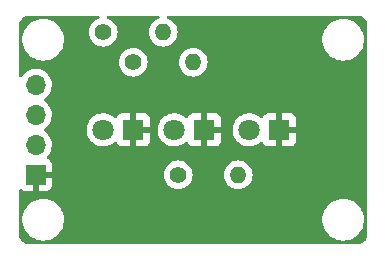
<source format=gbr>
%TF.GenerationSoftware,KiCad,Pcbnew,6.0.5-2.fc35*%
%TF.CreationDate,2022-09-23T18:33:46+02:00*%
%TF.ProjectId,LED-Board,4c45442d-426f-4617-9264-2e6b69636164,rev?*%
%TF.SameCoordinates,Original*%
%TF.FileFunction,Copper,L1,Top*%
%TF.FilePolarity,Positive*%
%FSLAX46Y46*%
G04 Gerber Fmt 4.6, Leading zero omitted, Abs format (unit mm)*
G04 Created by KiCad (PCBNEW 6.0.5-2.fc35) date 2022-09-23 18:33:46*
%MOMM*%
%LPD*%
G01*
G04 APERTURE LIST*
%TA.AperFunction,ComponentPad*%
%ADD10R,1.800000X1.800000*%
%TD*%
%TA.AperFunction,ComponentPad*%
%ADD11C,1.800000*%
%TD*%
%TA.AperFunction,ComponentPad*%
%ADD12C,1.400000*%
%TD*%
%TA.AperFunction,ComponentPad*%
%ADD13O,1.400000X1.400000*%
%TD*%
%TA.AperFunction,ComponentPad*%
%ADD14R,1.700000X1.700000*%
%TD*%
%TA.AperFunction,ComponentPad*%
%ADD15O,1.700000X1.700000*%
%TD*%
G04 APERTURE END LIST*
D10*
%TO.P,D3,1,K*%
%TO.N,GND*%
X146990000Y-99060000D03*
D11*
%TO.P,D3,2,A*%
%TO.N,Net-(D3-Pad2)*%
X144450000Y-99060000D03*
%TD*%
D10*
%TO.P,D2,1,K*%
%TO.N,GND*%
X140640000Y-99060000D03*
D11*
%TO.P,D2,2,A*%
%TO.N,Net-(D2-Pad2)*%
X138100000Y-99060000D03*
%TD*%
D12*
%TO.P,R3,1*%
%TO.N,LED_3*%
X138430000Y-102870000D03*
D13*
%TO.P,R3,2*%
%TO.N,Net-(D3-Pad2)*%
X143510000Y-102870000D03*
%TD*%
D10*
%TO.P,D1,1,K*%
%TO.N,GND*%
X134620000Y-99060000D03*
D11*
%TO.P,D1,2,A*%
%TO.N,Net-(D1-Pad2)*%
X132080000Y-99060000D03*
%TD*%
D12*
%TO.P,R1,1*%
%TO.N,LED_1*%
X132080000Y-90805000D03*
D13*
%TO.P,R1,2*%
%TO.N,Net-(D1-Pad2)*%
X137160000Y-90805000D03*
%TD*%
D12*
%TO.P,R2,1*%
%TO.N,LED_2*%
X134620000Y-93345000D03*
D13*
%TO.P,R2,2*%
%TO.N,Net-(D2-Pad2)*%
X139700000Y-93345000D03*
%TD*%
D14*
%TO.P,J1,1,Pin_1*%
%TO.N,GND*%
X126365000Y-102870000D03*
D15*
%TO.P,J1,2,Pin_2*%
%TO.N,LED_3*%
X126365000Y-100330000D03*
%TO.P,J1,3,Pin_3*%
%TO.N,LED_2*%
X126365000Y-97790000D03*
%TO.P,J1,4,Pin_4*%
%TO.N,LED_1*%
X126365000Y-95250000D03*
%TD*%
%TA.AperFunction,Conductor*%
%TO.N,GND*%
G36*
X131733580Y-89428502D02*
G01*
X131780073Y-89482158D01*
X131790177Y-89552432D01*
X131760683Y-89617012D01*
X131698070Y-89656207D01*
X131670400Y-89663621D01*
X131670398Y-89663622D01*
X131665090Y-89665044D01*
X131660109Y-89667366D01*
X131660108Y-89667367D01*
X131478423Y-89752088D01*
X131478420Y-89752090D01*
X131473442Y-89754411D01*
X131300224Y-89875699D01*
X131150699Y-90025224D01*
X131029411Y-90198442D01*
X131027090Y-90203420D01*
X131027088Y-90203423D01*
X131017843Y-90223250D01*
X130940044Y-90390090D01*
X130885314Y-90594345D01*
X130866884Y-90805000D01*
X130885314Y-91015655D01*
X130886738Y-91020968D01*
X130886738Y-91020970D01*
X130900777Y-91073362D01*
X130940044Y-91219910D01*
X130942366Y-91224891D01*
X130942367Y-91224892D01*
X130973185Y-91290980D01*
X131029411Y-91411558D01*
X131150699Y-91584776D01*
X131300224Y-91734301D01*
X131473442Y-91855589D01*
X131478420Y-91857910D01*
X131478423Y-91857912D01*
X131660108Y-91942633D01*
X131665090Y-91944956D01*
X131670398Y-91946378D01*
X131670400Y-91946379D01*
X131864030Y-91998262D01*
X131864032Y-91998262D01*
X131869345Y-91999686D01*
X132080000Y-92018116D01*
X132290655Y-91999686D01*
X132295968Y-91998262D01*
X132295970Y-91998262D01*
X132489600Y-91946379D01*
X132489602Y-91946378D01*
X132494910Y-91944956D01*
X132499892Y-91942633D01*
X132681577Y-91857912D01*
X132681580Y-91857910D01*
X132686558Y-91855589D01*
X132859776Y-91734301D01*
X133009301Y-91584776D01*
X133130589Y-91411558D01*
X133186816Y-91290980D01*
X133217633Y-91224892D01*
X133217634Y-91224891D01*
X133219956Y-91219910D01*
X133259224Y-91073362D01*
X133273262Y-91020970D01*
X133273262Y-91020968D01*
X133274686Y-91015655D01*
X133293116Y-90805000D01*
X133274686Y-90594345D01*
X133219956Y-90390090D01*
X133142157Y-90223250D01*
X133132912Y-90203423D01*
X133132910Y-90203420D01*
X133130589Y-90198442D01*
X133009301Y-90025224D01*
X132859776Y-89875699D01*
X132686558Y-89754411D01*
X132681580Y-89752090D01*
X132681577Y-89752088D01*
X132499892Y-89667367D01*
X132499891Y-89667366D01*
X132494910Y-89665044D01*
X132489602Y-89663622D01*
X132489600Y-89663621D01*
X132461930Y-89656207D01*
X132401307Y-89619255D01*
X132370286Y-89555394D01*
X132378714Y-89484900D01*
X132423917Y-89430153D01*
X132494541Y-89408500D01*
X136745459Y-89408500D01*
X136813580Y-89428502D01*
X136860073Y-89482158D01*
X136870177Y-89552432D01*
X136840683Y-89617012D01*
X136778070Y-89656207D01*
X136750400Y-89663621D01*
X136750398Y-89663622D01*
X136745090Y-89665044D01*
X136740109Y-89667366D01*
X136740108Y-89667367D01*
X136558423Y-89752088D01*
X136558420Y-89752090D01*
X136553442Y-89754411D01*
X136380224Y-89875699D01*
X136230699Y-90025224D01*
X136109411Y-90198442D01*
X136107090Y-90203420D01*
X136107088Y-90203423D01*
X136097843Y-90223250D01*
X136020044Y-90390090D01*
X135965314Y-90594345D01*
X135946884Y-90805000D01*
X135965314Y-91015655D01*
X135966738Y-91020968D01*
X135966738Y-91020970D01*
X135980777Y-91073362D01*
X136020044Y-91219910D01*
X136022366Y-91224891D01*
X136022367Y-91224892D01*
X136053185Y-91290980D01*
X136109411Y-91411558D01*
X136230699Y-91584776D01*
X136380224Y-91734301D01*
X136553442Y-91855589D01*
X136558420Y-91857910D01*
X136558423Y-91857912D01*
X136740108Y-91942633D01*
X136745090Y-91944956D01*
X136750398Y-91946378D01*
X136750400Y-91946379D01*
X136944030Y-91998262D01*
X136944032Y-91998262D01*
X136949345Y-91999686D01*
X137160000Y-92018116D01*
X137370655Y-91999686D01*
X137375968Y-91998262D01*
X137375970Y-91998262D01*
X137569600Y-91946379D01*
X137569602Y-91946378D01*
X137574910Y-91944956D01*
X137579892Y-91942633D01*
X137761577Y-91857912D01*
X137761580Y-91857910D01*
X137766558Y-91855589D01*
X137939776Y-91734301D01*
X138089301Y-91584776D01*
X138115293Y-91547655D01*
X150639858Y-91547655D01*
X150675104Y-91806638D01*
X150676412Y-91811124D01*
X150676412Y-91811126D01*
X150690049Y-91857912D01*
X150748243Y-92057567D01*
X150857668Y-92294928D01*
X150860231Y-92298837D01*
X150998410Y-92509596D01*
X150998414Y-92509601D01*
X151000976Y-92513509D01*
X151175018Y-92708506D01*
X151375970Y-92875637D01*
X151379973Y-92878066D01*
X151595422Y-93008804D01*
X151595426Y-93008806D01*
X151599419Y-93011229D01*
X151840455Y-93112303D01*
X152093783Y-93176641D01*
X152098434Y-93177109D01*
X152098438Y-93177110D01*
X152291308Y-93196531D01*
X152310867Y-93198500D01*
X152466354Y-93198500D01*
X152468679Y-93198327D01*
X152468685Y-93198327D01*
X152656000Y-93184407D01*
X152656004Y-93184406D01*
X152660652Y-93184061D01*
X152665200Y-93183032D01*
X152665206Y-93183031D01*
X152856146Y-93139825D01*
X152915577Y-93126377D01*
X152951769Y-93112303D01*
X153154824Y-93033340D01*
X153154827Y-93033339D01*
X153159177Y-93031647D01*
X153386098Y-92901951D01*
X153591357Y-92740138D01*
X153770443Y-92549763D01*
X153919424Y-92335009D01*
X153939445Y-92294411D01*
X154032960Y-92104781D01*
X154032961Y-92104778D01*
X154035025Y-92100593D01*
X154084845Y-91944956D01*
X154113280Y-91856123D01*
X154114707Y-91851665D01*
X154156721Y-91593693D01*
X154160142Y-91332345D01*
X154124896Y-91073362D01*
X154110473Y-91023877D01*
X154053068Y-90826932D01*
X154051757Y-90822433D01*
X153942332Y-90585072D01*
X153817978Y-90395400D01*
X153801590Y-90370404D01*
X153801586Y-90370399D01*
X153799024Y-90366491D01*
X153624982Y-90171494D01*
X153424030Y-90004363D01*
X153376844Y-89975730D01*
X153204578Y-89871196D01*
X153204574Y-89871194D01*
X153200581Y-89868771D01*
X152959545Y-89767697D01*
X152706217Y-89703359D01*
X152701566Y-89702891D01*
X152701562Y-89702890D01*
X152492271Y-89681816D01*
X152489133Y-89681500D01*
X152333646Y-89681500D01*
X152331321Y-89681673D01*
X152331315Y-89681673D01*
X152144000Y-89695593D01*
X152143996Y-89695594D01*
X152139348Y-89695939D01*
X152134800Y-89696968D01*
X152134794Y-89696969D01*
X151956396Y-89737337D01*
X151884423Y-89753623D01*
X151880071Y-89755315D01*
X151880069Y-89755316D01*
X151645176Y-89846660D01*
X151645173Y-89846661D01*
X151640823Y-89848353D01*
X151636769Y-89850670D01*
X151636767Y-89850671D01*
X151567144Y-89890464D01*
X151413902Y-89978049D01*
X151208643Y-90139862D01*
X151029557Y-90330237D01*
X150880576Y-90544991D01*
X150764975Y-90779407D01*
X150685293Y-91028335D01*
X150643279Y-91286307D01*
X150643218Y-91290980D01*
X150641581Y-91416063D01*
X150639858Y-91547655D01*
X138115293Y-91547655D01*
X138210589Y-91411558D01*
X138266816Y-91290980D01*
X138297633Y-91224892D01*
X138297634Y-91224891D01*
X138299956Y-91219910D01*
X138339224Y-91073362D01*
X138353262Y-91020970D01*
X138353262Y-91020968D01*
X138354686Y-91015655D01*
X138373116Y-90805000D01*
X138354686Y-90594345D01*
X138299956Y-90390090D01*
X138222157Y-90223250D01*
X138212912Y-90203423D01*
X138212910Y-90203420D01*
X138210589Y-90198442D01*
X138089301Y-90025224D01*
X137939776Y-89875699D01*
X137766558Y-89754411D01*
X137761580Y-89752090D01*
X137761577Y-89752088D01*
X137579892Y-89667367D01*
X137579891Y-89667366D01*
X137574910Y-89665044D01*
X137569602Y-89663622D01*
X137569600Y-89663621D01*
X137541930Y-89656207D01*
X137481307Y-89619255D01*
X137450286Y-89555394D01*
X137458714Y-89484900D01*
X137503917Y-89430153D01*
X137574541Y-89408500D01*
X153620633Y-89408500D01*
X153640018Y-89410000D01*
X153654852Y-89412310D01*
X153654855Y-89412310D01*
X153663724Y-89413691D01*
X153673659Y-89412392D01*
X153674746Y-89412250D01*
X153703431Y-89411793D01*
X153776741Y-89419013D01*
X153806212Y-89421916D01*
X153830432Y-89426733D01*
X153949546Y-89462866D01*
X153972355Y-89472315D01*
X154082124Y-89530987D01*
X154102655Y-89544705D01*
X154198876Y-89623671D01*
X154216329Y-89641124D01*
X154295295Y-89737345D01*
X154309013Y-89757876D01*
X154367685Y-89867645D01*
X154377134Y-89890454D01*
X154413267Y-90009568D01*
X154418084Y-90033789D01*
X154427541Y-90129809D01*
X154427091Y-90145868D01*
X154427800Y-90145877D01*
X154427690Y-90154853D01*
X154426309Y-90163724D01*
X154427473Y-90172626D01*
X154427473Y-90172628D01*
X154430436Y-90195283D01*
X154431500Y-90211621D01*
X154431500Y-107900633D01*
X154430000Y-107920018D01*
X154426309Y-107943724D01*
X154427473Y-107952626D01*
X154427750Y-107954746D01*
X154428207Y-107983431D01*
X154427289Y-107992755D01*
X154418084Y-108086212D01*
X154413267Y-108110432D01*
X154377134Y-108229546D01*
X154367685Y-108252355D01*
X154309013Y-108362124D01*
X154295295Y-108382655D01*
X154216329Y-108478876D01*
X154198876Y-108496329D01*
X154102655Y-108575295D01*
X154082124Y-108589013D01*
X153972355Y-108647685D01*
X153949546Y-108657134D01*
X153830432Y-108693267D01*
X153806211Y-108698084D01*
X153710191Y-108707541D01*
X153694132Y-108707091D01*
X153694123Y-108707800D01*
X153685147Y-108707690D01*
X153676276Y-108706309D01*
X153667374Y-108707473D01*
X153667372Y-108707473D01*
X153654856Y-108709110D01*
X153644714Y-108710436D01*
X153628379Y-108711500D01*
X125779367Y-108711500D01*
X125759982Y-108710000D01*
X125745148Y-108707690D01*
X125745145Y-108707690D01*
X125736276Y-108706309D01*
X125726341Y-108707608D01*
X125725254Y-108707750D01*
X125696569Y-108708207D01*
X125623259Y-108700987D01*
X125593788Y-108698084D01*
X125569568Y-108693267D01*
X125450454Y-108657134D01*
X125427645Y-108647685D01*
X125317876Y-108589013D01*
X125297345Y-108575295D01*
X125201124Y-108496329D01*
X125183671Y-108478876D01*
X125104705Y-108382655D01*
X125090987Y-108362124D01*
X125032315Y-108252355D01*
X125022866Y-108229546D01*
X124986733Y-108110432D01*
X124981916Y-108086212D01*
X124972711Y-107992755D01*
X124972607Y-107969151D01*
X124972768Y-107967354D01*
X124973576Y-107962552D01*
X124973729Y-107950000D01*
X124969773Y-107922376D01*
X124968500Y-107904514D01*
X124968500Y-106787655D01*
X125239858Y-106787655D01*
X125275104Y-107046638D01*
X125276412Y-107051124D01*
X125276412Y-107051126D01*
X125296098Y-107118664D01*
X125348243Y-107297567D01*
X125457668Y-107534928D01*
X125460231Y-107538837D01*
X125598410Y-107749596D01*
X125598414Y-107749601D01*
X125600976Y-107753509D01*
X125775018Y-107948506D01*
X125975970Y-108115637D01*
X125979973Y-108118066D01*
X126195422Y-108248804D01*
X126195426Y-108248806D01*
X126199419Y-108251229D01*
X126440455Y-108352303D01*
X126693783Y-108416641D01*
X126698434Y-108417109D01*
X126698438Y-108417110D01*
X126891308Y-108436531D01*
X126910867Y-108438500D01*
X127066354Y-108438500D01*
X127068679Y-108438327D01*
X127068685Y-108438327D01*
X127256000Y-108424407D01*
X127256004Y-108424406D01*
X127260652Y-108424061D01*
X127265200Y-108423032D01*
X127265206Y-108423031D01*
X127451601Y-108380853D01*
X127515577Y-108366377D01*
X127551769Y-108352303D01*
X127754824Y-108273340D01*
X127754827Y-108273339D01*
X127759177Y-108271647D01*
X127986098Y-108141951D01*
X128191357Y-107980138D01*
X128370443Y-107789763D01*
X128519424Y-107575009D01*
X128635025Y-107340593D01*
X128714707Y-107091665D01*
X128756721Y-106833693D01*
X128757324Y-106787655D01*
X150639858Y-106787655D01*
X150675104Y-107046638D01*
X150676412Y-107051124D01*
X150676412Y-107051126D01*
X150696098Y-107118664D01*
X150748243Y-107297567D01*
X150857668Y-107534928D01*
X150860231Y-107538837D01*
X150998410Y-107749596D01*
X150998414Y-107749601D01*
X151000976Y-107753509D01*
X151175018Y-107948506D01*
X151375970Y-108115637D01*
X151379973Y-108118066D01*
X151595422Y-108248804D01*
X151595426Y-108248806D01*
X151599419Y-108251229D01*
X151840455Y-108352303D01*
X152093783Y-108416641D01*
X152098434Y-108417109D01*
X152098438Y-108417110D01*
X152291308Y-108436531D01*
X152310867Y-108438500D01*
X152466354Y-108438500D01*
X152468679Y-108438327D01*
X152468685Y-108438327D01*
X152656000Y-108424407D01*
X152656004Y-108424406D01*
X152660652Y-108424061D01*
X152665200Y-108423032D01*
X152665206Y-108423031D01*
X152851601Y-108380853D01*
X152915577Y-108366377D01*
X152951769Y-108352303D01*
X153154824Y-108273340D01*
X153154827Y-108273339D01*
X153159177Y-108271647D01*
X153386098Y-108141951D01*
X153591357Y-107980138D01*
X153770443Y-107789763D01*
X153919424Y-107575009D01*
X154035025Y-107340593D01*
X154114707Y-107091665D01*
X154156721Y-106833693D01*
X154160142Y-106572345D01*
X154124896Y-106313362D01*
X154110473Y-106263877D01*
X154053068Y-106066932D01*
X154051757Y-106062433D01*
X153942332Y-105825072D01*
X153909519Y-105775024D01*
X153801590Y-105610404D01*
X153801586Y-105610399D01*
X153799024Y-105606491D01*
X153624982Y-105411494D01*
X153424030Y-105244363D01*
X153376844Y-105215730D01*
X153204578Y-105111196D01*
X153204574Y-105111194D01*
X153200581Y-105108771D01*
X152959545Y-105007697D01*
X152706217Y-104943359D01*
X152701566Y-104942891D01*
X152701562Y-104942890D01*
X152492271Y-104921816D01*
X152489133Y-104921500D01*
X152333646Y-104921500D01*
X152331321Y-104921673D01*
X152331315Y-104921673D01*
X152144000Y-104935593D01*
X152143996Y-104935594D01*
X152139348Y-104935939D01*
X152134800Y-104936968D01*
X152134794Y-104936969D01*
X151948399Y-104979147D01*
X151884423Y-104993623D01*
X151880071Y-104995315D01*
X151880069Y-104995316D01*
X151645176Y-105086660D01*
X151645173Y-105086661D01*
X151640823Y-105088353D01*
X151413902Y-105218049D01*
X151208643Y-105379862D01*
X151029557Y-105570237D01*
X150880576Y-105784991D01*
X150764975Y-106019407D01*
X150685293Y-106268335D01*
X150643279Y-106526307D01*
X150639858Y-106787655D01*
X128757324Y-106787655D01*
X128760142Y-106572345D01*
X128724896Y-106313362D01*
X128710473Y-106263877D01*
X128653068Y-106066932D01*
X128651757Y-106062433D01*
X128542332Y-105825072D01*
X128509519Y-105775024D01*
X128401590Y-105610404D01*
X128401586Y-105610399D01*
X128399024Y-105606491D01*
X128224982Y-105411494D01*
X128024030Y-105244363D01*
X127976844Y-105215730D01*
X127804578Y-105111196D01*
X127804574Y-105111194D01*
X127800581Y-105108771D01*
X127559545Y-105007697D01*
X127306217Y-104943359D01*
X127301566Y-104942891D01*
X127301562Y-104942890D01*
X127092271Y-104921816D01*
X127089133Y-104921500D01*
X126933646Y-104921500D01*
X126931321Y-104921673D01*
X126931315Y-104921673D01*
X126744000Y-104935593D01*
X126743996Y-104935594D01*
X126739348Y-104935939D01*
X126734800Y-104936968D01*
X126734794Y-104936969D01*
X126548399Y-104979147D01*
X126484423Y-104993623D01*
X126480071Y-104995315D01*
X126480069Y-104995316D01*
X126245176Y-105086660D01*
X126245173Y-105086661D01*
X126240823Y-105088353D01*
X126013902Y-105218049D01*
X125808643Y-105379862D01*
X125629557Y-105570237D01*
X125480576Y-105784991D01*
X125364975Y-106019407D01*
X125285293Y-106268335D01*
X125243279Y-106526307D01*
X125239858Y-106787655D01*
X124968500Y-106787655D01*
X124968500Y-104197197D01*
X124988502Y-104129076D01*
X125042158Y-104082583D01*
X125112432Y-104072479D01*
X125170065Y-104096371D01*
X125261351Y-104164786D01*
X125276946Y-104173324D01*
X125397394Y-104218478D01*
X125412649Y-104222105D01*
X125463514Y-104227631D01*
X125470328Y-104228000D01*
X126092885Y-104228000D01*
X126108124Y-104223525D01*
X126109329Y-104222135D01*
X126111000Y-104214452D01*
X126111000Y-104209884D01*
X126619000Y-104209884D01*
X126623475Y-104225123D01*
X126624865Y-104226328D01*
X126632548Y-104227999D01*
X127259669Y-104227999D01*
X127266490Y-104227629D01*
X127317352Y-104222105D01*
X127332604Y-104218479D01*
X127453054Y-104173324D01*
X127468649Y-104164786D01*
X127570724Y-104088285D01*
X127583285Y-104075724D01*
X127659786Y-103973649D01*
X127668324Y-103958054D01*
X127713478Y-103837606D01*
X127717105Y-103822351D01*
X127722631Y-103771486D01*
X127723000Y-103764672D01*
X127723000Y-103142115D01*
X127718525Y-103126876D01*
X127717135Y-103125671D01*
X127709452Y-103124000D01*
X126637115Y-103124000D01*
X126621876Y-103128475D01*
X126620671Y-103129865D01*
X126619000Y-103137548D01*
X126619000Y-104209884D01*
X126111000Y-104209884D01*
X126111000Y-102870000D01*
X137216884Y-102870000D01*
X137235314Y-103080655D01*
X137290044Y-103284910D01*
X137379411Y-103476558D01*
X137500699Y-103649776D01*
X137650224Y-103799301D01*
X137823442Y-103920589D01*
X137828420Y-103922910D01*
X137828423Y-103922912D01*
X137937229Y-103973649D01*
X138015090Y-104009956D01*
X138020398Y-104011378D01*
X138020400Y-104011379D01*
X138214030Y-104063262D01*
X138214032Y-104063262D01*
X138219345Y-104064686D01*
X138430000Y-104083116D01*
X138640655Y-104064686D01*
X138645968Y-104063262D01*
X138645970Y-104063262D01*
X138839600Y-104011379D01*
X138839602Y-104011378D01*
X138844910Y-104009956D01*
X138922771Y-103973649D01*
X139031577Y-103922912D01*
X139031580Y-103922910D01*
X139036558Y-103920589D01*
X139209776Y-103799301D01*
X139359301Y-103649776D01*
X139480589Y-103476558D01*
X139569956Y-103284910D01*
X139624686Y-103080655D01*
X139643116Y-102870000D01*
X142296884Y-102870000D01*
X142315314Y-103080655D01*
X142370044Y-103284910D01*
X142459411Y-103476558D01*
X142580699Y-103649776D01*
X142730224Y-103799301D01*
X142903442Y-103920589D01*
X142908420Y-103922910D01*
X142908423Y-103922912D01*
X143017229Y-103973649D01*
X143095090Y-104009956D01*
X143100398Y-104011378D01*
X143100400Y-104011379D01*
X143294030Y-104063262D01*
X143294032Y-104063262D01*
X143299345Y-104064686D01*
X143510000Y-104083116D01*
X143720655Y-104064686D01*
X143725968Y-104063262D01*
X143725970Y-104063262D01*
X143919600Y-104011379D01*
X143919602Y-104011378D01*
X143924910Y-104009956D01*
X144002771Y-103973649D01*
X144111577Y-103922912D01*
X144111580Y-103922910D01*
X144116558Y-103920589D01*
X144289776Y-103799301D01*
X144439301Y-103649776D01*
X144560589Y-103476558D01*
X144649956Y-103284910D01*
X144704686Y-103080655D01*
X144723116Y-102870000D01*
X144704686Y-102659345D01*
X144649956Y-102455090D01*
X144560589Y-102263442D01*
X144439301Y-102090224D01*
X144289776Y-101940699D01*
X144116558Y-101819411D01*
X144111580Y-101817090D01*
X144111577Y-101817088D01*
X143929892Y-101732367D01*
X143929891Y-101732366D01*
X143924910Y-101730044D01*
X143919602Y-101728622D01*
X143919600Y-101728621D01*
X143725970Y-101676738D01*
X143725968Y-101676738D01*
X143720655Y-101675314D01*
X143510000Y-101656884D01*
X143299345Y-101675314D01*
X143294032Y-101676738D01*
X143294030Y-101676738D01*
X143100400Y-101728621D01*
X143100398Y-101728622D01*
X143095090Y-101730044D01*
X143090109Y-101732366D01*
X143090108Y-101732367D01*
X142908423Y-101817088D01*
X142908420Y-101817090D01*
X142903442Y-101819411D01*
X142730224Y-101940699D01*
X142580699Y-102090224D01*
X142459411Y-102263442D01*
X142370044Y-102455090D01*
X142315314Y-102659345D01*
X142296884Y-102870000D01*
X139643116Y-102870000D01*
X139624686Y-102659345D01*
X139569956Y-102455090D01*
X139480589Y-102263442D01*
X139359301Y-102090224D01*
X139209776Y-101940699D01*
X139036558Y-101819411D01*
X139031580Y-101817090D01*
X139031577Y-101817088D01*
X138849892Y-101732367D01*
X138849891Y-101732366D01*
X138844910Y-101730044D01*
X138839602Y-101728622D01*
X138839600Y-101728621D01*
X138645970Y-101676738D01*
X138645968Y-101676738D01*
X138640655Y-101675314D01*
X138430000Y-101656884D01*
X138219345Y-101675314D01*
X138214032Y-101676738D01*
X138214030Y-101676738D01*
X138020400Y-101728621D01*
X138020398Y-101728622D01*
X138015090Y-101730044D01*
X138010109Y-101732366D01*
X138010108Y-101732367D01*
X137828423Y-101817088D01*
X137828420Y-101817090D01*
X137823442Y-101819411D01*
X137650224Y-101940699D01*
X137500699Y-102090224D01*
X137379411Y-102263442D01*
X137290044Y-102455090D01*
X137235314Y-102659345D01*
X137216884Y-102870000D01*
X126111000Y-102870000D01*
X126111000Y-102742000D01*
X126131002Y-102673879D01*
X126184658Y-102627386D01*
X126237000Y-102616000D01*
X127704884Y-102616000D01*
X127720123Y-102611525D01*
X127721328Y-102610135D01*
X127722999Y-102602452D01*
X127722999Y-101975331D01*
X127722629Y-101968510D01*
X127717105Y-101917648D01*
X127713479Y-101902396D01*
X127668324Y-101781946D01*
X127659786Y-101766351D01*
X127583285Y-101664276D01*
X127570724Y-101651715D01*
X127468649Y-101575214D01*
X127453054Y-101566676D01*
X127342813Y-101525348D01*
X127286049Y-101482706D01*
X127261349Y-101416145D01*
X127276557Y-101346796D01*
X127298104Y-101318115D01*
X127399430Y-101217144D01*
X127399440Y-101217132D01*
X127403096Y-101213489D01*
X127533453Y-101032077D01*
X127562498Y-100973310D01*
X127630136Y-100836453D01*
X127630137Y-100836451D01*
X127632430Y-100831811D01*
X127697370Y-100618069D01*
X127726529Y-100396590D01*
X127728156Y-100330000D01*
X127709852Y-100107361D01*
X127655431Y-99890702D01*
X127566354Y-99685840D01*
X127445014Y-99498277D01*
X127294670Y-99333051D01*
X127290619Y-99329852D01*
X127290615Y-99329848D01*
X127123414Y-99197800D01*
X127123410Y-99197798D01*
X127119359Y-99194598D01*
X127078053Y-99171796D01*
X127028084Y-99121364D01*
X127013312Y-99051921D01*
X127023317Y-99025469D01*
X130667095Y-99025469D01*
X130667392Y-99030622D01*
X130667392Y-99030625D01*
X130677031Y-99197800D01*
X130680427Y-99256697D01*
X130681564Y-99261743D01*
X130681565Y-99261749D01*
X130696394Y-99327548D01*
X130731346Y-99482642D01*
X130733288Y-99487424D01*
X130733289Y-99487428D01*
X130812389Y-99682228D01*
X130818484Y-99697237D01*
X130939501Y-99894719D01*
X131091147Y-100069784D01*
X131269349Y-100217730D01*
X131469322Y-100334584D01*
X131685694Y-100417209D01*
X131690760Y-100418240D01*
X131690761Y-100418240D01*
X131743846Y-100429040D01*
X131912656Y-100463385D01*
X132043324Y-100468176D01*
X132138949Y-100471683D01*
X132138953Y-100471683D01*
X132144113Y-100471872D01*
X132149233Y-100471216D01*
X132149235Y-100471216D01*
X132248668Y-100458478D01*
X132373847Y-100442442D01*
X132378795Y-100440957D01*
X132378802Y-100440956D01*
X132590747Y-100377369D01*
X132595690Y-100375886D01*
X132676236Y-100336427D01*
X132799049Y-100276262D01*
X132799052Y-100276260D01*
X132803684Y-100273991D01*
X132992243Y-100139494D01*
X132995898Y-100135852D01*
X132995906Y-100135845D01*
X133037697Y-100094199D01*
X133100068Y-100060282D01*
X133170875Y-100065470D01*
X133227637Y-100108116D01*
X133244619Y-100139218D01*
X133266677Y-100198056D01*
X133275214Y-100213649D01*
X133351715Y-100315724D01*
X133364276Y-100328285D01*
X133466351Y-100404786D01*
X133481946Y-100413324D01*
X133602394Y-100458478D01*
X133617649Y-100462105D01*
X133668514Y-100467631D01*
X133675328Y-100468000D01*
X134347885Y-100468000D01*
X134363124Y-100463525D01*
X134364329Y-100462135D01*
X134366000Y-100454452D01*
X134366000Y-100449884D01*
X134874000Y-100449884D01*
X134878475Y-100465123D01*
X134879865Y-100466328D01*
X134887548Y-100467999D01*
X135564669Y-100467999D01*
X135571490Y-100467629D01*
X135622352Y-100462105D01*
X135637604Y-100458479D01*
X135758054Y-100413324D01*
X135773649Y-100404786D01*
X135875724Y-100328285D01*
X135888285Y-100315724D01*
X135964786Y-100213649D01*
X135973324Y-100198054D01*
X136018478Y-100077606D01*
X136022105Y-100062351D01*
X136027631Y-100011486D01*
X136028000Y-100004672D01*
X136028000Y-99332115D01*
X136023525Y-99316876D01*
X136022135Y-99315671D01*
X136014452Y-99314000D01*
X134892115Y-99314000D01*
X134876876Y-99318475D01*
X134875671Y-99319865D01*
X134874000Y-99327548D01*
X134874000Y-100449884D01*
X134366000Y-100449884D01*
X134366000Y-99025469D01*
X136687095Y-99025469D01*
X136687392Y-99030622D01*
X136687392Y-99030625D01*
X136697031Y-99197800D01*
X136700427Y-99256697D01*
X136701564Y-99261743D01*
X136701565Y-99261749D01*
X136716394Y-99327548D01*
X136751346Y-99482642D01*
X136753288Y-99487424D01*
X136753289Y-99487428D01*
X136832389Y-99682228D01*
X136838484Y-99697237D01*
X136959501Y-99894719D01*
X137111147Y-100069784D01*
X137289349Y-100217730D01*
X137489322Y-100334584D01*
X137705694Y-100417209D01*
X137710760Y-100418240D01*
X137710761Y-100418240D01*
X137763846Y-100429040D01*
X137932656Y-100463385D01*
X138063324Y-100468176D01*
X138158949Y-100471683D01*
X138158953Y-100471683D01*
X138164113Y-100471872D01*
X138169233Y-100471216D01*
X138169235Y-100471216D01*
X138268668Y-100458478D01*
X138393847Y-100442442D01*
X138398795Y-100440957D01*
X138398802Y-100440956D01*
X138610747Y-100377369D01*
X138615690Y-100375886D01*
X138696236Y-100336427D01*
X138819049Y-100276262D01*
X138819052Y-100276260D01*
X138823684Y-100273991D01*
X139012243Y-100139494D01*
X139015898Y-100135852D01*
X139015906Y-100135845D01*
X139057697Y-100094199D01*
X139120068Y-100060282D01*
X139190875Y-100065470D01*
X139247637Y-100108116D01*
X139264619Y-100139218D01*
X139286677Y-100198056D01*
X139295214Y-100213649D01*
X139371715Y-100315724D01*
X139384276Y-100328285D01*
X139486351Y-100404786D01*
X139501946Y-100413324D01*
X139622394Y-100458478D01*
X139637649Y-100462105D01*
X139688514Y-100467631D01*
X139695328Y-100468000D01*
X140367885Y-100468000D01*
X140383124Y-100463525D01*
X140384329Y-100462135D01*
X140386000Y-100454452D01*
X140386000Y-100449884D01*
X140894000Y-100449884D01*
X140898475Y-100465123D01*
X140899865Y-100466328D01*
X140907548Y-100467999D01*
X141584669Y-100467999D01*
X141591490Y-100467629D01*
X141642352Y-100462105D01*
X141657604Y-100458479D01*
X141778054Y-100413324D01*
X141793649Y-100404786D01*
X141895724Y-100328285D01*
X141908285Y-100315724D01*
X141984786Y-100213649D01*
X141993324Y-100198054D01*
X142038478Y-100077606D01*
X142042105Y-100062351D01*
X142047631Y-100011486D01*
X142048000Y-100004672D01*
X142048000Y-99332115D01*
X142043525Y-99316876D01*
X142042135Y-99315671D01*
X142034452Y-99314000D01*
X140912115Y-99314000D01*
X140896876Y-99318475D01*
X140895671Y-99319865D01*
X140894000Y-99327548D01*
X140894000Y-100449884D01*
X140386000Y-100449884D01*
X140386000Y-99025469D01*
X143037095Y-99025469D01*
X143037392Y-99030622D01*
X143037392Y-99030625D01*
X143047031Y-99197800D01*
X143050427Y-99256697D01*
X143051564Y-99261743D01*
X143051565Y-99261749D01*
X143066394Y-99327548D01*
X143101346Y-99482642D01*
X143103288Y-99487424D01*
X143103289Y-99487428D01*
X143182389Y-99682228D01*
X143188484Y-99697237D01*
X143309501Y-99894719D01*
X143461147Y-100069784D01*
X143639349Y-100217730D01*
X143839322Y-100334584D01*
X144055694Y-100417209D01*
X144060760Y-100418240D01*
X144060761Y-100418240D01*
X144113846Y-100429040D01*
X144282656Y-100463385D01*
X144413324Y-100468176D01*
X144508949Y-100471683D01*
X144508953Y-100471683D01*
X144514113Y-100471872D01*
X144519233Y-100471216D01*
X144519235Y-100471216D01*
X144618668Y-100458478D01*
X144743847Y-100442442D01*
X144748795Y-100440957D01*
X144748802Y-100440956D01*
X144960747Y-100377369D01*
X144965690Y-100375886D01*
X145046236Y-100336427D01*
X145169049Y-100276262D01*
X145169052Y-100276260D01*
X145173684Y-100273991D01*
X145362243Y-100139494D01*
X145365898Y-100135852D01*
X145365906Y-100135845D01*
X145407697Y-100094199D01*
X145470068Y-100060282D01*
X145540875Y-100065470D01*
X145597637Y-100108116D01*
X145614619Y-100139218D01*
X145636677Y-100198056D01*
X145645214Y-100213649D01*
X145721715Y-100315724D01*
X145734276Y-100328285D01*
X145836351Y-100404786D01*
X145851946Y-100413324D01*
X145972394Y-100458478D01*
X145987649Y-100462105D01*
X146038514Y-100467631D01*
X146045328Y-100468000D01*
X146717885Y-100468000D01*
X146733124Y-100463525D01*
X146734329Y-100462135D01*
X146736000Y-100454452D01*
X146736000Y-100449884D01*
X147244000Y-100449884D01*
X147248475Y-100465123D01*
X147249865Y-100466328D01*
X147257548Y-100467999D01*
X147934669Y-100467999D01*
X147941490Y-100467629D01*
X147992352Y-100462105D01*
X148007604Y-100458479D01*
X148128054Y-100413324D01*
X148143649Y-100404786D01*
X148245724Y-100328285D01*
X148258285Y-100315724D01*
X148334786Y-100213649D01*
X148343324Y-100198054D01*
X148388478Y-100077606D01*
X148392105Y-100062351D01*
X148397631Y-100011486D01*
X148398000Y-100004672D01*
X148398000Y-99332115D01*
X148393525Y-99316876D01*
X148392135Y-99315671D01*
X148384452Y-99314000D01*
X147262115Y-99314000D01*
X147246876Y-99318475D01*
X147245671Y-99319865D01*
X147244000Y-99327548D01*
X147244000Y-100449884D01*
X146736000Y-100449884D01*
X146736000Y-98787885D01*
X147244000Y-98787885D01*
X147248475Y-98803124D01*
X147249865Y-98804329D01*
X147257548Y-98806000D01*
X148379884Y-98806000D01*
X148395123Y-98801525D01*
X148396328Y-98800135D01*
X148397999Y-98792452D01*
X148397999Y-98115331D01*
X148397629Y-98108510D01*
X148392105Y-98057648D01*
X148388479Y-98042396D01*
X148343324Y-97921946D01*
X148334786Y-97906351D01*
X148258285Y-97804276D01*
X148245724Y-97791715D01*
X148143649Y-97715214D01*
X148128054Y-97706676D01*
X148007606Y-97661522D01*
X147992351Y-97657895D01*
X147941486Y-97652369D01*
X147934672Y-97652000D01*
X147262115Y-97652000D01*
X147246876Y-97656475D01*
X147245671Y-97657865D01*
X147244000Y-97665548D01*
X147244000Y-98787885D01*
X146736000Y-98787885D01*
X146736000Y-97670116D01*
X146731525Y-97654877D01*
X146730135Y-97653672D01*
X146722452Y-97652001D01*
X146045331Y-97652001D01*
X146038510Y-97652371D01*
X145987648Y-97657895D01*
X145972396Y-97661521D01*
X145851946Y-97706676D01*
X145836351Y-97715214D01*
X145734276Y-97791715D01*
X145721715Y-97804276D01*
X145645214Y-97906351D01*
X145636675Y-97921948D01*
X145615934Y-97977275D01*
X145573293Y-98034040D01*
X145506731Y-98058740D01*
X145437383Y-98043533D01*
X145414388Y-98026909D01*
X145413887Y-98026358D01*
X145380527Y-98000012D01*
X145236177Y-97886011D01*
X145236172Y-97886008D01*
X145232123Y-97882810D01*
X145227607Y-97880317D01*
X145227604Y-97880315D01*
X145033879Y-97773373D01*
X145033875Y-97773371D01*
X145029355Y-97770876D01*
X145024486Y-97769152D01*
X145024482Y-97769150D01*
X144815903Y-97695288D01*
X144815899Y-97695287D01*
X144811028Y-97693562D01*
X144805935Y-97692655D01*
X144805932Y-97692654D01*
X144588095Y-97653851D01*
X144588089Y-97653850D01*
X144583006Y-97652945D01*
X144505644Y-97652000D01*
X144356581Y-97650179D01*
X144356579Y-97650179D01*
X144351411Y-97650116D01*
X144122464Y-97685150D01*
X143902314Y-97757106D01*
X143897726Y-97759494D01*
X143897722Y-97759496D01*
X143701461Y-97861663D01*
X143696872Y-97864052D01*
X143692739Y-97867155D01*
X143692736Y-97867157D01*
X143515790Y-98000012D01*
X143511655Y-98003117D01*
X143351639Y-98170564D01*
X143221119Y-98361899D01*
X143123602Y-98571981D01*
X143061707Y-98795169D01*
X143037095Y-99025469D01*
X140386000Y-99025469D01*
X140386000Y-98787885D01*
X140894000Y-98787885D01*
X140898475Y-98803124D01*
X140899865Y-98804329D01*
X140907548Y-98806000D01*
X142029884Y-98806000D01*
X142045123Y-98801525D01*
X142046328Y-98800135D01*
X142047999Y-98792452D01*
X142047999Y-98115331D01*
X142047629Y-98108510D01*
X142042105Y-98057648D01*
X142038479Y-98042396D01*
X141993324Y-97921946D01*
X141984786Y-97906351D01*
X141908285Y-97804276D01*
X141895724Y-97791715D01*
X141793649Y-97715214D01*
X141778054Y-97706676D01*
X141657606Y-97661522D01*
X141642351Y-97657895D01*
X141591486Y-97652369D01*
X141584672Y-97652000D01*
X140912115Y-97652000D01*
X140896876Y-97656475D01*
X140895671Y-97657865D01*
X140894000Y-97665548D01*
X140894000Y-98787885D01*
X140386000Y-98787885D01*
X140386000Y-97670116D01*
X140381525Y-97654877D01*
X140380135Y-97653672D01*
X140372452Y-97652001D01*
X139695331Y-97652001D01*
X139688510Y-97652371D01*
X139637648Y-97657895D01*
X139622396Y-97661521D01*
X139501946Y-97706676D01*
X139486351Y-97715214D01*
X139384276Y-97791715D01*
X139371715Y-97804276D01*
X139295214Y-97906351D01*
X139286675Y-97921948D01*
X139265934Y-97977275D01*
X139223293Y-98034040D01*
X139156731Y-98058740D01*
X139087383Y-98043533D01*
X139064388Y-98026909D01*
X139063887Y-98026358D01*
X139030527Y-98000012D01*
X138886177Y-97886011D01*
X138886172Y-97886008D01*
X138882123Y-97882810D01*
X138877607Y-97880317D01*
X138877604Y-97880315D01*
X138683879Y-97773373D01*
X138683875Y-97773371D01*
X138679355Y-97770876D01*
X138674486Y-97769152D01*
X138674482Y-97769150D01*
X138465903Y-97695288D01*
X138465899Y-97695287D01*
X138461028Y-97693562D01*
X138455935Y-97692655D01*
X138455932Y-97692654D01*
X138238095Y-97653851D01*
X138238089Y-97653850D01*
X138233006Y-97652945D01*
X138155644Y-97652000D01*
X138006581Y-97650179D01*
X138006579Y-97650179D01*
X138001411Y-97650116D01*
X137772464Y-97685150D01*
X137552314Y-97757106D01*
X137547726Y-97759494D01*
X137547722Y-97759496D01*
X137351461Y-97861663D01*
X137346872Y-97864052D01*
X137342739Y-97867155D01*
X137342736Y-97867157D01*
X137165790Y-98000012D01*
X137161655Y-98003117D01*
X137001639Y-98170564D01*
X136871119Y-98361899D01*
X136773602Y-98571981D01*
X136711707Y-98795169D01*
X136687095Y-99025469D01*
X134366000Y-99025469D01*
X134366000Y-98787885D01*
X134874000Y-98787885D01*
X134878475Y-98803124D01*
X134879865Y-98804329D01*
X134887548Y-98806000D01*
X136009884Y-98806000D01*
X136025123Y-98801525D01*
X136026328Y-98800135D01*
X136027999Y-98792452D01*
X136027999Y-98115331D01*
X136027629Y-98108510D01*
X136022105Y-98057648D01*
X136018479Y-98042396D01*
X135973324Y-97921946D01*
X135964786Y-97906351D01*
X135888285Y-97804276D01*
X135875724Y-97791715D01*
X135773649Y-97715214D01*
X135758054Y-97706676D01*
X135637606Y-97661522D01*
X135622351Y-97657895D01*
X135571486Y-97652369D01*
X135564672Y-97652000D01*
X134892115Y-97652000D01*
X134876876Y-97656475D01*
X134875671Y-97657865D01*
X134874000Y-97665548D01*
X134874000Y-98787885D01*
X134366000Y-98787885D01*
X134366000Y-97670116D01*
X134361525Y-97654877D01*
X134360135Y-97653672D01*
X134352452Y-97652001D01*
X133675331Y-97652001D01*
X133668510Y-97652371D01*
X133617648Y-97657895D01*
X133602396Y-97661521D01*
X133481946Y-97706676D01*
X133466351Y-97715214D01*
X133364276Y-97791715D01*
X133351715Y-97804276D01*
X133275214Y-97906351D01*
X133266675Y-97921948D01*
X133245934Y-97977275D01*
X133203293Y-98034040D01*
X133136731Y-98058740D01*
X133067383Y-98043533D01*
X133044388Y-98026909D01*
X133043887Y-98026358D01*
X133010527Y-98000012D01*
X132866177Y-97886011D01*
X132866172Y-97886008D01*
X132862123Y-97882810D01*
X132857607Y-97880317D01*
X132857604Y-97880315D01*
X132663879Y-97773373D01*
X132663875Y-97773371D01*
X132659355Y-97770876D01*
X132654486Y-97769152D01*
X132654482Y-97769150D01*
X132445903Y-97695288D01*
X132445899Y-97695287D01*
X132441028Y-97693562D01*
X132435935Y-97692655D01*
X132435932Y-97692654D01*
X132218095Y-97653851D01*
X132218089Y-97653850D01*
X132213006Y-97652945D01*
X132135644Y-97652000D01*
X131986581Y-97650179D01*
X131986579Y-97650179D01*
X131981411Y-97650116D01*
X131752464Y-97685150D01*
X131532314Y-97757106D01*
X131527726Y-97759494D01*
X131527722Y-97759496D01*
X131331461Y-97861663D01*
X131326872Y-97864052D01*
X131322739Y-97867155D01*
X131322736Y-97867157D01*
X131145790Y-98000012D01*
X131141655Y-98003117D01*
X130981639Y-98170564D01*
X130851119Y-98361899D01*
X130753602Y-98571981D01*
X130691707Y-98795169D01*
X130667095Y-99025469D01*
X127023317Y-99025469D01*
X127038428Y-98985516D01*
X127065780Y-98958909D01*
X127109603Y-98927650D01*
X127244860Y-98831173D01*
X127285980Y-98790197D01*
X127399435Y-98677137D01*
X127403096Y-98673489D01*
X127476037Y-98571981D01*
X127530435Y-98496277D01*
X127533453Y-98492077D01*
X127562498Y-98433310D01*
X127630136Y-98296453D01*
X127630137Y-98296451D01*
X127632430Y-98291811D01*
X127697370Y-98078069D01*
X127726529Y-97856590D01*
X127728156Y-97790000D01*
X127709852Y-97567361D01*
X127655431Y-97350702D01*
X127566354Y-97145840D01*
X127445014Y-96958277D01*
X127294670Y-96793051D01*
X127290619Y-96789852D01*
X127290615Y-96789848D01*
X127123414Y-96657800D01*
X127123410Y-96657798D01*
X127119359Y-96654598D01*
X127078053Y-96631796D01*
X127028084Y-96581364D01*
X127013312Y-96511921D01*
X127038428Y-96445516D01*
X127065780Y-96418909D01*
X127109603Y-96387650D01*
X127244860Y-96291173D01*
X127403096Y-96133489D01*
X127533453Y-95952077D01*
X127562498Y-95893310D01*
X127630136Y-95756453D01*
X127630137Y-95756451D01*
X127632430Y-95751811D01*
X127697370Y-95538069D01*
X127726529Y-95316590D01*
X127728156Y-95250000D01*
X127709852Y-95027361D01*
X127655431Y-94810702D01*
X127566354Y-94605840D01*
X127445014Y-94418277D01*
X127294670Y-94253051D01*
X127290619Y-94249852D01*
X127290615Y-94249848D01*
X127123414Y-94117800D01*
X127123410Y-94117798D01*
X127119359Y-94114598D01*
X126923789Y-94006638D01*
X126918920Y-94004914D01*
X126918916Y-94004912D01*
X126718087Y-93933795D01*
X126718083Y-93933794D01*
X126713212Y-93932069D01*
X126708119Y-93931162D01*
X126708116Y-93931161D01*
X126498373Y-93893800D01*
X126498367Y-93893799D01*
X126493284Y-93892894D01*
X126419452Y-93891992D01*
X126275081Y-93890228D01*
X126275079Y-93890228D01*
X126269911Y-93890165D01*
X126049091Y-93923955D01*
X125836756Y-93993357D01*
X125638607Y-94096507D01*
X125634474Y-94099610D01*
X125634471Y-94099612D01*
X125464100Y-94227530D01*
X125459965Y-94230635D01*
X125305629Y-94392138D01*
X125302715Y-94396410D01*
X125302714Y-94396411D01*
X125198588Y-94549054D01*
X125143677Y-94594057D01*
X125073152Y-94602228D01*
X125009405Y-94570974D01*
X124972675Y-94510217D01*
X124968500Y-94478050D01*
X124968500Y-93345000D01*
X133406884Y-93345000D01*
X133425314Y-93555655D01*
X133480044Y-93759910D01*
X133482366Y-93764891D01*
X133482367Y-93764892D01*
X133559900Y-93931161D01*
X133569411Y-93951558D01*
X133690699Y-94124776D01*
X133840224Y-94274301D01*
X134013442Y-94395589D01*
X134018420Y-94397910D01*
X134018423Y-94397912D01*
X134190280Y-94478050D01*
X134205090Y-94484956D01*
X134210398Y-94486378D01*
X134210400Y-94486379D01*
X134404030Y-94538262D01*
X134404032Y-94538262D01*
X134409345Y-94539686D01*
X134620000Y-94558116D01*
X134830655Y-94539686D01*
X134835968Y-94538262D01*
X134835970Y-94538262D01*
X135029600Y-94486379D01*
X135029602Y-94486378D01*
X135034910Y-94484956D01*
X135049720Y-94478050D01*
X135221577Y-94397912D01*
X135221580Y-94397910D01*
X135226558Y-94395589D01*
X135399776Y-94274301D01*
X135549301Y-94124776D01*
X135670589Y-93951558D01*
X135680101Y-93931161D01*
X135757633Y-93764892D01*
X135757634Y-93764891D01*
X135759956Y-93759910D01*
X135814686Y-93555655D01*
X135833116Y-93345000D01*
X138486884Y-93345000D01*
X138505314Y-93555655D01*
X138560044Y-93759910D01*
X138562366Y-93764891D01*
X138562367Y-93764892D01*
X138639900Y-93931161D01*
X138649411Y-93951558D01*
X138770699Y-94124776D01*
X138920224Y-94274301D01*
X139093442Y-94395589D01*
X139098420Y-94397910D01*
X139098423Y-94397912D01*
X139270280Y-94478050D01*
X139285090Y-94484956D01*
X139290398Y-94486378D01*
X139290400Y-94486379D01*
X139484030Y-94538262D01*
X139484032Y-94538262D01*
X139489345Y-94539686D01*
X139700000Y-94558116D01*
X139910655Y-94539686D01*
X139915968Y-94538262D01*
X139915970Y-94538262D01*
X140109600Y-94486379D01*
X140109602Y-94486378D01*
X140114910Y-94484956D01*
X140129720Y-94478050D01*
X140301577Y-94397912D01*
X140301580Y-94397910D01*
X140306558Y-94395589D01*
X140479776Y-94274301D01*
X140629301Y-94124776D01*
X140750589Y-93951558D01*
X140760101Y-93931161D01*
X140837633Y-93764892D01*
X140837634Y-93764891D01*
X140839956Y-93759910D01*
X140894686Y-93555655D01*
X140913116Y-93345000D01*
X140894686Y-93134345D01*
X140861697Y-93011229D01*
X140841379Y-92935400D01*
X140841378Y-92935398D01*
X140839956Y-92930090D01*
X140750589Y-92738442D01*
X140629301Y-92565224D01*
X140479776Y-92415699D01*
X140306558Y-92294411D01*
X140301580Y-92292090D01*
X140301577Y-92292088D01*
X140119892Y-92207367D01*
X140119891Y-92207366D01*
X140114910Y-92205044D01*
X140109602Y-92203622D01*
X140109600Y-92203621D01*
X139915970Y-92151738D01*
X139915968Y-92151738D01*
X139910655Y-92150314D01*
X139700000Y-92131884D01*
X139489345Y-92150314D01*
X139484032Y-92151738D01*
X139484030Y-92151738D01*
X139290400Y-92203621D01*
X139290398Y-92203622D01*
X139285090Y-92205044D01*
X139280109Y-92207366D01*
X139280108Y-92207367D01*
X139098423Y-92292088D01*
X139098420Y-92292090D01*
X139093442Y-92294411D01*
X138920224Y-92415699D01*
X138770699Y-92565224D01*
X138649411Y-92738442D01*
X138560044Y-92930090D01*
X138558622Y-92935398D01*
X138558621Y-92935400D01*
X138538303Y-93011229D01*
X138505314Y-93134345D01*
X138486884Y-93345000D01*
X135833116Y-93345000D01*
X135814686Y-93134345D01*
X135781697Y-93011229D01*
X135761379Y-92935400D01*
X135761378Y-92935398D01*
X135759956Y-92930090D01*
X135670589Y-92738442D01*
X135549301Y-92565224D01*
X135399776Y-92415699D01*
X135226558Y-92294411D01*
X135221580Y-92292090D01*
X135221577Y-92292088D01*
X135039892Y-92207367D01*
X135039891Y-92207366D01*
X135034910Y-92205044D01*
X135029602Y-92203622D01*
X135029600Y-92203621D01*
X134835970Y-92151738D01*
X134835968Y-92151738D01*
X134830655Y-92150314D01*
X134620000Y-92131884D01*
X134409345Y-92150314D01*
X134404032Y-92151738D01*
X134404030Y-92151738D01*
X134210400Y-92203621D01*
X134210398Y-92203622D01*
X134205090Y-92205044D01*
X134200109Y-92207366D01*
X134200108Y-92207367D01*
X134018423Y-92292088D01*
X134018420Y-92292090D01*
X134013442Y-92294411D01*
X133840224Y-92415699D01*
X133690699Y-92565224D01*
X133569411Y-92738442D01*
X133480044Y-92930090D01*
X133478622Y-92935398D01*
X133478621Y-92935400D01*
X133458303Y-93011229D01*
X133425314Y-93134345D01*
X133406884Y-93345000D01*
X124968500Y-93345000D01*
X124968500Y-91547655D01*
X125239858Y-91547655D01*
X125275104Y-91806638D01*
X125276412Y-91811124D01*
X125276412Y-91811126D01*
X125290049Y-91857912D01*
X125348243Y-92057567D01*
X125457668Y-92294928D01*
X125460231Y-92298837D01*
X125598410Y-92509596D01*
X125598414Y-92509601D01*
X125600976Y-92513509D01*
X125775018Y-92708506D01*
X125975970Y-92875637D01*
X125979973Y-92878066D01*
X126195422Y-93008804D01*
X126195426Y-93008806D01*
X126199419Y-93011229D01*
X126440455Y-93112303D01*
X126693783Y-93176641D01*
X126698434Y-93177109D01*
X126698438Y-93177110D01*
X126891308Y-93196531D01*
X126910867Y-93198500D01*
X127066354Y-93198500D01*
X127068679Y-93198327D01*
X127068685Y-93198327D01*
X127256000Y-93184407D01*
X127256004Y-93184406D01*
X127260652Y-93184061D01*
X127265200Y-93183032D01*
X127265206Y-93183031D01*
X127456146Y-93139825D01*
X127515577Y-93126377D01*
X127551769Y-93112303D01*
X127754824Y-93033340D01*
X127754827Y-93033339D01*
X127759177Y-93031647D01*
X127986098Y-92901951D01*
X128191357Y-92740138D01*
X128370443Y-92549763D01*
X128519424Y-92335009D01*
X128539445Y-92294411D01*
X128632960Y-92104781D01*
X128632961Y-92104778D01*
X128635025Y-92100593D01*
X128684845Y-91944956D01*
X128713280Y-91856123D01*
X128714707Y-91851665D01*
X128756721Y-91593693D01*
X128760142Y-91332345D01*
X128724896Y-91073362D01*
X128710473Y-91023877D01*
X128653068Y-90826932D01*
X128651757Y-90822433D01*
X128542332Y-90585072D01*
X128417978Y-90395400D01*
X128401590Y-90370404D01*
X128401586Y-90370399D01*
X128399024Y-90366491D01*
X128224982Y-90171494D01*
X128024030Y-90004363D01*
X127976844Y-89975730D01*
X127804578Y-89871196D01*
X127804574Y-89871194D01*
X127800581Y-89868771D01*
X127559545Y-89767697D01*
X127306217Y-89703359D01*
X127301566Y-89702891D01*
X127301562Y-89702890D01*
X127092271Y-89681816D01*
X127089133Y-89681500D01*
X126933646Y-89681500D01*
X126931321Y-89681673D01*
X126931315Y-89681673D01*
X126744000Y-89695593D01*
X126743996Y-89695594D01*
X126739348Y-89695939D01*
X126734800Y-89696968D01*
X126734794Y-89696969D01*
X126556396Y-89737337D01*
X126484423Y-89753623D01*
X126480071Y-89755315D01*
X126480069Y-89755316D01*
X126245176Y-89846660D01*
X126245173Y-89846661D01*
X126240823Y-89848353D01*
X126236769Y-89850670D01*
X126236767Y-89850671D01*
X126167144Y-89890464D01*
X126013902Y-89978049D01*
X125808643Y-90139862D01*
X125629557Y-90330237D01*
X125480576Y-90544991D01*
X125364975Y-90779407D01*
X125285293Y-91028335D01*
X125243279Y-91286307D01*
X125243218Y-91290980D01*
X125241581Y-91416063D01*
X125239858Y-91547655D01*
X124968500Y-91547655D01*
X124968500Y-90223250D01*
X124970246Y-90202345D01*
X124972770Y-90187344D01*
X124972770Y-90187341D01*
X124973576Y-90182552D01*
X124973650Y-90176475D01*
X124973670Y-90174865D01*
X124973670Y-90174861D01*
X124973729Y-90170000D01*
X124972788Y-90163429D01*
X124972123Y-90133218D01*
X124981916Y-90033789D01*
X124986733Y-90009568D01*
X125022866Y-89890454D01*
X125032315Y-89867645D01*
X125090987Y-89757876D01*
X125104705Y-89737345D01*
X125183671Y-89641124D01*
X125201124Y-89623671D01*
X125297345Y-89544705D01*
X125317876Y-89530987D01*
X125427645Y-89472315D01*
X125450454Y-89462866D01*
X125569568Y-89426733D01*
X125593789Y-89421916D01*
X125689809Y-89412459D01*
X125705868Y-89412909D01*
X125705877Y-89412200D01*
X125714853Y-89412310D01*
X125723724Y-89413691D01*
X125732626Y-89412527D01*
X125732628Y-89412527D01*
X125749059Y-89410378D01*
X125755286Y-89409564D01*
X125771621Y-89408500D01*
X131665459Y-89408500D01*
X131733580Y-89428502D01*
G37*
%TD.AperFunction*%
%TD*%
M02*

</source>
